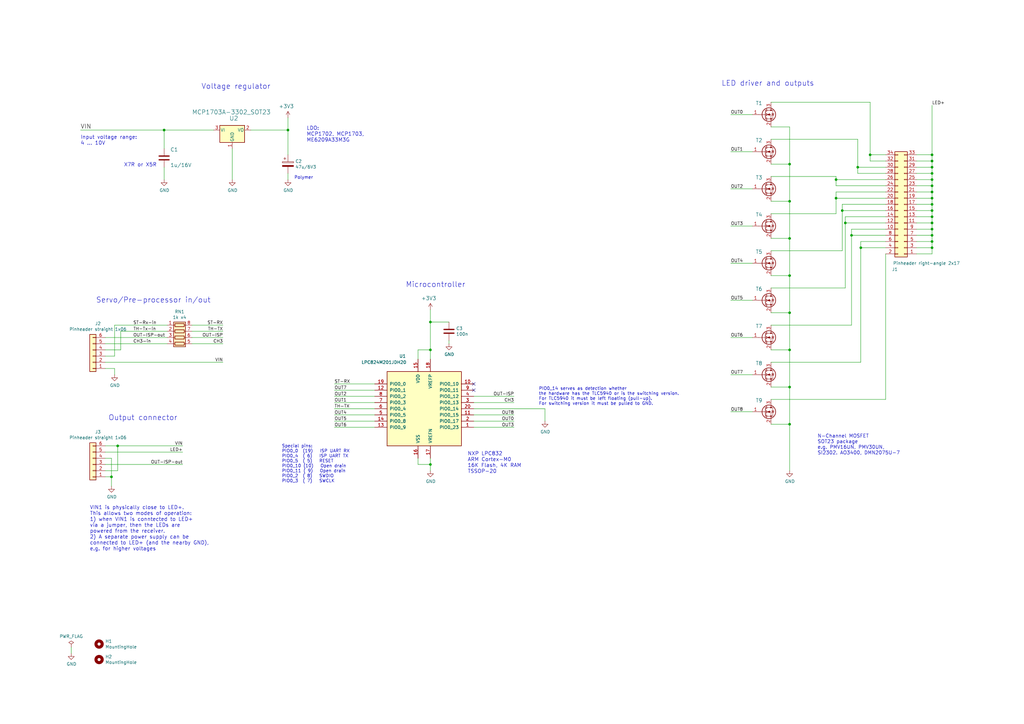
<source format=kicad_sch>
(kicad_sch (version 20211123) (generator eeschema)
  (paper "A3")
  (title_block (title "DIY RC Light Controller Mk4 S") (date "2020-06-14") (rev "1") (company "LANE Boys RC") (comment 1 "laneboysrc@gmail.com"))
  (lib_symbols
    (symbol "Connector_Generic:Conn_01x06" (pin_names (offset 1.016) hide)
      (property "Reference" "J" (at 0 7.62 0))
      (property "Value" "Conn_01x06" (at 0 -10.16 0))
      (symbol "Conn_01x06_1_1"
        (rectangle (start -1.27 -7.493) (end 0 -7.747) (stroke (width 0.1524)))
        (rectangle (start -1.27 -4.953) (end 0 -5.207) (stroke (width 0.1524)))
        (rectangle (start -1.27 -2.413) (end 0 -2.667) (stroke (width 0.1524)))
        (rectangle (start -1.27 0.127) (end 0 -0.127) (stroke (width 0.1524)))
        (rectangle (start -1.27 2.667) (end 0 2.413) (stroke (width 0.1524)))
        (rectangle (start -1.27 5.207) (end 0 4.953) (stroke (width 0.1524)))
        (rectangle (start -1.27 6.35) (end 1.27 -8.89) (stroke (width 0.254)) (fill (type background)))
        (pin passive line (at -5.08 5.08 0) (length 3.81) (name "Pin_1") (number "1"))
        (pin passive line (at -5.08 2.54 0) (length 3.81) (name "Pin_2") (number "2"))
        (pin passive line (at -5.08 0 0) (length 3.81) (name "Pin_3") (number "3"))
        (pin passive line (at -5.08 -2.54 0) (length 3.81) (name "Pin_4") (number "4"))
        (pin passive line (at -5.08 -5.08 0) (length 3.81) (name "Pin_5") (number "5"))
        (pin passive line (at -5.08 -7.62 0) (length 3.81) (name "Pin_6") (number "6"))
      )
    )
    (symbol "Connector_Generic:Conn_02x17_Odd_Even" (pin_names (offset 1.016) hide)
      (property "Reference" "J" (at 1.27 22.86 0))
      (property "Value" "Conn_02x17_Odd_Even" (at 1.27 -22.86 0))
      (symbol "Conn_02x17_Odd_Even_1_1"
        (rectangle (start -1.27 -20.193) (end 0 -20.447) (stroke (width 0.1524)))
        (rectangle (start -1.27 -17.653) (end 0 -17.907) (stroke (width 0.1524)))
        (rectangle (start -1.27 -15.113) (end 0 -15.367) (stroke (width 0.1524)))
        (rectangle (start -1.27 -12.573) (end 0 -12.827) (stroke (width 0.1524)))
        (rectangle (start -1.27 -10.033) (end 0 -10.287) (stroke (width 0.1524)))
        (rectangle (start -1.27 -7.493) (end 0 -7.747) (stroke (width 0.1524)))
        (rectangle (start -1.27 -4.953) (end 0 -5.207) (stroke (width 0.1524)))
        (rectangle (start -1.27 -2.413) (end 0 -2.667) (stroke (width 0.1524)))
        (rectangle (start -1.27 0.127) (end 0 -0.127) (stroke (width 0.1524)))
        (rectangle (start -1.27 2.667) (end 0 2.413) (stroke (width 0.1524)))
        (rectangle (start -1.27 5.207) (end 0 4.953) (stroke (width 0.1524)))
        (rectangle (start -1.27 7.747) (end 0 7.493) (stroke (width 0.1524)))
        (rectangle (start -1.27 10.287) (end 0 10.033) (stroke (width 0.1524)))
        (rectangle (start -1.27 12.827) (end 0 12.573) (stroke (width 0.1524)))
        (rectangle (start -1.27 15.367) (end 0 15.113) (stroke (width 0.1524)))
        (rectangle (start -1.27 17.907) (end 0 17.653) (stroke (width 0.1524)))
        (rectangle (start -1.27 20.447) (end 0 20.193) (stroke (width 0.1524)))
        (rectangle (start -1.27 21.59) (end 3.81 -21.59) (stroke (width 0.254)) (fill (type background)))
        (rectangle (start 3.81 -20.193) (end 2.54 -20.447) (stroke (width 0.1524)))
        (rectangle (start 3.81 -17.653) (end 2.54 -17.907) (stroke (width 0.1524)))
        (rectangle (start 3.81 -15.113) (end 2.54 -15.367) (stroke (width 0.1524)))
        (rectangle (start 3.81 -12.573) (end 2.54 -12.827) (stroke (width 0.1524)))
        (rectangle (start 3.81 -10.033) (end 2.54 -10.287) (stroke (width 0.1524)))
        (rectangle (start 3.81 -7.493) (end 2.54 -7.747) (stroke (width 0.1524)))
        (rectangle (start 3.81 -4.953) (end 2.54 -5.207) (stroke (width 0.1524)))
        (rectangle (start 3.81 -2.413) (end 2.54 -2.667) (stroke (width 0.1524)))
        (rectangle (start 3.81 0.127) (end 2.54 -0.127) (stroke (width 0.1524)))
        (rectangle (start 3.81 2.667) (end 2.54 2.413) (stroke (width 0.1524)))
        (rectangle (start 3.81 5.207) (end 2.54 4.953) (stroke (width 0.1524)))
        (rectangle (start 3.81 7.747) (end 2.54 7.493) (stroke (width 0.1524)))
        (rectangle (start 3.81 10.287) (end 2.54 10.033) (stroke (width 0.1524)))
        (rectangle (start 3.81 12.827) (end 2.54 12.573) (stroke (width 0.1524)))
        (rectangle (start 3.81 15.367) (end 2.54 15.113) (stroke (width 0.1524)))
        (rectangle (start 3.81 17.907) (end 2.54 17.653) (stroke (width 0.1524)))
        (rectangle (start 3.81 20.447) (end 2.54 20.193) (stroke (width 0.1524)))
        (pin passive line (at -5.08 20.32 0) (length 3.81) (name "Pin_1") (number "1"))
        (pin passive line (at 7.62 10.16 180) (length 3.81) (name "Pin_10") (number "10"))
        (pin passive line (at -5.08 7.62 0) (length 3.81) (name "Pin_11") (number "11"))
        (pin passive line (at 7.62 7.62 180) (length 3.81) (name "Pin_12") (number "12"))
        (pin passive line (at -5.08 5.08 0) (length 3.81) (name "Pin_13") (number "13"))
        (pin passive line (at 7.62 5.08 180) (length 3.81) (name "Pin_14") (number "14"))
        (pin passive line (at -5.08 2.54 0) (length 3.81) (name "Pin_15") (number "15"))
        (pin passive line (at 7.62 2.54 180) (length 3.81) (name "Pin_16") (number "16"))
        (pin passive line (at -5.08 0 0) (length 3.81) (name "Pin_17") (number "17"))
        (pin passive line (at 7.62 0 180) (length 3.81) (name "Pin_18") (number "18"))
        (pin passive line (at -5.08 -2.54 0) (length 3.81) (name "Pin_19") (number "19"))
        (pin passive line (at 7.62 20.32 180) (length 3.81) (name "Pin_2") (number "2"))
        (pin passive line (at 7.62 -2.54 180) (length 3.81) (name "Pin_20") (number "20"))
        (pin passive line (at -5.08 -5.08 0) (length 3.81) (name "Pin_21") (number "21"))
        (pin passive line (at 7.62 -5.08 180) (length 3.81) (name "Pin_22") (number "22"))
        (pin passive line (at -5.08 -7.62 0) (length 3.81) (name "Pin_23") (number "23"))
        (pin passive line (at 7.62 -7.62 180) (length 3.81) (name "Pin_24") (number "24"))
        (pin passive line (at -5.08 -10.16 0) (length 3.81) (name "Pin_25") (number "25"))
        (pin passive line (at 7.62 -10.16 180) (length 3.81) (name "Pin_26") (number "26"))
        (pin passive line (at -5.08 -12.7 0) (length 3.81) (name "Pin_27") (number "27"))
        (pin passive line (at 7.62 -12.7 180) (length 3.81) (name "Pin_28") (number "28"))
        (pin passive line (at -5.08 -15.24 0) (length 3.81) (name "Pin_29") (number "29"))
        (pin passive line (at -5.08 17.78 0) (length 3.81) (name "Pin_3") (number "3"))
        (pin passive line (at 7.62 -15.24 180) (length 3.81) (name "Pin_30") (number "30"))
        (pin passive line (at -5.08 -17.78 0) (length 3.81) (name "Pin_31") (number "31"))
        (pin passive line (at 7.62 -17.78 180) (length 3.81) (name "Pin_32") (number "32"))
        (pin passive line (at -5.08 -20.32 0) (length 3.81) (name "Pin_33") (number "33"))
        (pin passive line (at 7.62 -20.32 180) (length 3.81) (name "Pin_34") (number "34"))
        (pin passive line (at 7.62 17.78 180) (length 3.81) (name "Pin_4") (number "4"))
        (pin passive line (at -5.08 15.24 0) (length 3.81) (name "Pin_5") (number "5"))
        (pin passive line (at 7.62 15.24 180) (length 3.81) (name "Pin_6") (number "6"))
        (pin passive line (at -5.08 12.7 0) (length 3.81) (name "Pin_7") (number "7"))
        (pin passive line (at 7.62 12.7 180) (length 3.81) (name "Pin_8") (number "8"))
        (pin passive line (at -5.08 10.16 0) (length 3.81) (name "Pin_9") (number "9"))
      )
    )
    (symbol "Device:C" (pin_numbers hide) (pin_names (offset 0.254))
      (property "Reference" "C" (at 0.635 2.54 0))
      (property "Value" "C" (at 0.635 -2.54 0))
      (symbol "C_0_1"
        (polyline (pts (xy -2.032 -0.762) (xy 2.032 -0.762)) (stroke (width 0.508)))
        (polyline (pts (xy -2.032 0.762) (xy 2.032 0.762)) (stroke (width 0.508)))
      )
      (symbol "C_1_1"
        (pin passive line (at 0 3.81 270) (length 2.794) (name "~") (number "1"))
        (pin passive line (at 0 -3.81 90) (length 2.794) (name "~") (number "2"))
      )
    )
    (symbol "Device:Q_NMOS_GSD" (pin_names (offset 0) hide)
      (property "Reference" "Q" (at 5.08 1.27 0))
      (property "Value" "Q_NMOS_GSD" (at 5.08 -1.27 0))
      (symbol "Q_NMOS_GSD_0_1"
        (polyline (pts (xy 0.254 0) (xy -2.54 0)))
        (polyline (pts (xy 0.254 1.905) (xy 0.254 -1.905)) (stroke (width 0.254)))
        (polyline (pts (xy 0.762 -1.27) (xy 0.762 -2.286)) (stroke (width 0.254)))
        (polyline (pts (xy 0.762 0.508) (xy 0.762 -0.508)) (stroke (width 0.254)))
        (polyline (pts (xy 0.762 2.286) (xy 0.762 1.27)) (stroke (width 0.254)))
        (polyline (pts (xy 2.54 2.54) (xy 2.54 1.778)))
        (polyline (pts (xy 2.54 -2.54) (xy 2.54 0) (xy 0.762 0)))
        (polyline (pts (xy 0.762 -1.778) (xy 3.302 -1.778) (xy 3.302 1.778) (xy 0.762 1.778)))
        (polyline (pts (xy 1.016 0) (xy 2.032 0.381) (xy 2.032 -0.381) (xy 1.016 0)) (fill (type outline)))
        (polyline (pts (xy 2.794 0.508) (xy 2.921 0.381) (xy 3.683 0.381) (xy 3.81 0.254)))
        (polyline (pts (xy 3.302 0.381) (xy 2.921 -0.254) (xy 3.683 -0.254) (xy 3.302 0.381)))
        (circle (center 1.651 0) (radius 2.794) (stroke (width 0.254)))
        (circle (center 2.54 -1.778) (radius 0.254) (fill (type outline)))
        (circle (center 2.54 1.778) (radius 0.254) (fill (type outline)))
      )
      (symbol "Q_NMOS_GSD_1_1"
        (pin input line (at -5.08 0 0) (length 2.54) (name "G") (number "1"))
        (pin passive line (at 2.54 -5.08 90) (length 2.54) (name "S") (number "2"))
        (pin passive line (at 2.54 5.08 270) (length 2.54) (name "D") (number "3"))
      )
    )
    (symbol "Device:R_Pack04" (pin_names (offset 0) hide)
      (property "Reference" "RN" (at -7.62 0 90))
      (property "Value" "R_Pack04" (at 5.08 0 90))
      (symbol "R_Pack04_0_1"
        (rectangle (start -6.35 -2.413) (end 3.81 2.413) (stroke (width 0.254)) (fill (type background)))
        (rectangle (start -5.715 1.905) (end -4.445 -1.905) (stroke (width 0.254)))
        (rectangle (start -3.175 1.905) (end -1.905 -1.905) (stroke (width 0.254)))
        (rectangle (start -0.635 1.905) (end 0.635 -1.905) (stroke (width 0.254)))
        (polyline (pts (xy -5.08 -2.54) (xy -5.08 -1.905)))
        (polyline (pts (xy -5.08 1.905) (xy -5.08 2.54)))
        (polyline (pts (xy -2.54 -2.54) (xy -2.54 -1.905)))
        (polyline (pts (xy -2.54 1.905) (xy -2.54 2.54)))
        (polyline (pts (xy 0 -2.54) (xy 0 -1.905)))
        (polyline (pts (xy 0 1.905) (xy 0 2.54)))
        (polyline (pts (xy 2.54 -2.54) (xy 2.54 -1.905)))
        (polyline (pts (xy 2.54 1.905) (xy 2.54 2.54)))
        (rectangle (start 1.905 1.905) (end 3.175 -1.905) (stroke (width 0.254)))
      )
      (symbol "R_Pack04_1_1"
        (pin passive line (at -5.08 -5.08 90) (length 2.54) (name "R1.1") (number "1"))
        (pin passive line (at -2.54 -5.08 90) (length 2.54) (name "R2.1") (number "2"))
        (pin passive line (at 0 -5.08 90) (length 2.54) (name "R3.1") (number "3"))
        (pin passive line (at 2.54 -5.08 90) (length 2.54) (name "R4.1") (number "4"))
        (pin passive line (at 2.54 5.08 270) (length 2.54) (name "R4.2") (number "5"))
        (pin passive line (at 0 5.08 270) (length 2.54) (name "R3.2") (number "6"))
        (pin passive line (at -2.54 5.08 270) (length 2.54) (name "R2.2") (number "7"))
        (pin passive line (at -5.08 5.08 270) (length 2.54) (name "R1.2") (number "8"))
      )
    )
    (symbol "MCU_NXP_LPC:LPC832M101FDH20" (pin_names (offset 1.016))
      (property "Reference" "U" (at -11.43 16.51 0))
      (property "Value" "LPC832M101FDH20" (at 21.59 16.51 0))
      (symbol "LPC832M101FDH20_0_1"
        (rectangle (start -15.24 15.24) (end 15.24 -15.24) (stroke (width 0.254)) (fill (type background)))
      )
      (symbol "LPC832M101FDH20_1_1"
        (pin bidirectional line (at 20.32 -7.62 180) (length 5.08) (name "PIO0_23") (number "1"))
        (pin bidirectional line (at 20.32 10.16 180) (length 5.08) (name "PIO0_10") (number "10"))
        (pin bidirectional line (at 20.32 -2.54 180) (length 5.08) (name "PIO0_15") (number "11"))
        (pin bidirectional line (at -20.32 7.62 0) (length 5.08) (name "PIO0_1") (number "12"))
        (pin bidirectional line (at -20.32 -7.62 0) (length 5.08) (name "PIO0_9") (number "13"))
        (pin bidirectional line (at -20.32 -5.08 0) (length 5.08) (name "PIO0_8") (number "14"))
        (pin power_in line (at -2.54 20.32 270) (length 5.08) (name "VDD") (number "15"))
        (pin power_in line (at -2.54 -20.32 90) (length 5.08) (name "VSS") (number "16"))
        (pin power_in line (at 2.54 -20.32 90) (length 5.08) (name "VREFN") (number "17"))
        (pin power_in line (at 2.54 20.32 270) (length 5.08) (name "VREFP") (number "18"))
        (pin bidirectional line (at -20.32 10.16 0) (length 5.08) (name "PIO0_0") (number "19"))
        (pin bidirectional line (at 20.32 -5.08 180) (length 5.08) (name "PIO0_17") (number "2"))
        (pin bidirectional line (at 20.32 0 180) (length 5.08) (name "PIO0_14") (number "20"))
        (pin bidirectional line (at 20.32 2.54 180) (length 5.08) (name "PIO0_13") (number "3"))
        (pin bidirectional line (at 20.32 5.08 180) (length 5.08) (name "PIO0_12") (number "4"))
        (pin bidirectional line (at -20.32 -2.54 0) (length 5.08) (name "PIO0_5") (number "5"))
        (pin bidirectional line (at -20.32 0 0) (length 5.08) (name "PIO0_4") (number "6"))
        (pin bidirectional line (at -20.32 2.54 0) (length 5.08) (name "PIO0_3") (number "7"))
        (pin bidirectional line (at -20.32 5.08 0) (length 5.08) (name "PIO0_2") (number "8"))
        (pin bidirectional line (at 20.32 7.62 180) (length 5.08) (name "PIO0_11") (number "9"))
      )
    )
    (symbol "Mechanical:MountingHole" (pin_names (offset 1.016))
      (property "Reference" "H" (at 0 5.08 0))
      (property "Value" "MountingHole" (at 0 3.175 0))
      (symbol "MountingHole_0_1"
        (circle (center 0 0) (radius 1.27) (stroke (width 1.27)))
      )
    )
    (symbol "power:+3V3" (power) (pin_names (offset 0))
      (property "Value" "+3V3" (at 0 3.556 0))
      (symbol "+3V3_0_1"
        (polyline (pts (xy -0.762 1.27) (xy 0 2.54)))
        (polyline (pts (xy 0 0) (xy 0 2.54)))
        (polyline (pts (xy 0 2.54) (xy 0.762 1.27)))
      )
      (symbol "+3V3_1_1"
        (pin power_in line (at 0 0 90) (length 0) hide (name "+3V3") (number "1"))
      )
    )
    (symbol "power:GND" (power) (pin_names (offset 0))
      (property "Value" "GND" (at 0 -3.81 0))
      (symbol "GND_0_1"
        (polyline (pts (xy 0 0) (xy 0 -1.27) (xy 1.27 -1.27) (xy 0 -2.54) (xy -1.27 -1.27) (xy 0 -1.27)))
      )
      (symbol "GND_1_1"
        (pin power_in line (at 0 0 270) (length 0) hide (name "GND") (number "1"))
      )
    )
    (symbol "power:PWR_FLAG" (power) (pin_numbers hide) (pin_names (offset 0) hide)
      (property "Value" "PWR_FLAG" (at 0 3.81 0))
      (symbol "PWR_FLAG_0_0"
        (pin power_out line (at 0 0 90) (length 0) (name "pwr") (number "1"))
      )
      (symbol "PWR_FLAG_0_1"
        (polyline (pts (xy 0 0) (xy 0 1.27) (xy -1.016 1.905) (xy 0 2.54) (xy 1.016 1.905) (xy 0 1.27)))
      )
    )
    (symbol "rc-light-controller-switching-lpc832-rescue:CP-Device" (pin_numbers hide) (pin_names (offset 0.254))
      (property "Reference" "C" (at 0.635 2.54 0))
      (property "Value" "CP-Device" (at 0.635 -2.54 0))
      (symbol "CP-Device_0_1"
        (rectangle (start -2.286 0.508) (end 2.286 1.016))
        (polyline (pts (xy -1.778 2.286) (xy -0.762 2.286)))
        (polyline (pts (xy -1.27 2.794) (xy -1.27 1.778)))
        (rectangle (start 2.286 -0.508) (end -2.286 -1.016) (fill (type outline)))
      )
      (symbol "CP-Device_1_1"
        (pin passive line (at 0 3.81 270) (length 2.794) (name "~") (number "1"))
        (pin passive line (at 0 -3.81 90) (length 2.794) (name "~") (number "2"))
      )
    )
    (symbol "rc-light-controller-switching-lpc832-rescue:MCP1703A-3302_SOT23-Regulator_Linear" (pin_names (offset 0.254))
      (property "Reference" "U" (at -3.81 3.175 0))
      (property "Value" "MCP1703A-3302_SOT23-Regulator_Linear" (at 0 3.175 0))
      (symbol "MCP1703A-3302_SOT23-Regulator_Linear_0_1"
        (rectangle (start -5.08 -5.08) (end 5.08 1.905) (stroke (width 0.254)) (fill (type background)))
      )
      (symbol "MCP1703A-3302_SOT23-Regulator_Linear_1_1"
        (pin power_in line (at 0 -7.62 90) (length 2.54) (name "GND") (number "1"))
        (pin power_out line (at 7.62 0 180) (length 2.54) (name "VO") (number "2"))
        (pin power_in line (at -7.62 0 0) (length 2.54) (name "VI") (number "3"))
      )
    )
  )
  (junction (at 342.9 81.28))
  (junction (at 382.27 81.28))
  (junction (at 382.27 91.44))
  (junction (at 353.06 101.6))
  (junction (at 48.26 182.88))
  (junction (at 346.71 91.44))
  (junction (at 382.27 96.52))
  (junction (at 382.27 99.06))
  (junction (at 382.27 83.82))
  (junction (at 118.11 53.34))
  (junction (at 382.27 68.58))
  (junction (at 323.85 113.03))
  (junction (at 382.27 73.66))
  (junction (at 67.31 53.34))
  (junction (at 382.27 71.12))
  (junction (at 382.27 76.2))
  (junction (at 176.53 132.08))
  (junction (at 323.85 67.31))
  (junction (at 349.25 96.52))
  (junction (at 382.27 66.04))
  (junction (at 351.79 68.58))
  (junction (at 356.87 63.5))
  (junction (at 382.27 86.36))
  (junction (at 382.27 101.6))
  (junction (at 345.44 86.36))
  (junction (at 382.27 88.9))
  (junction (at 382.27 78.74))
  (junction (at 176.53 190.5))
  (junction (at 176.53 143.51))
  (junction (at 323.85 158.75))
  (junction (at 323.85 82.55))
  (junction (at 382.27 63.5))
  (junction (at 323.85 128.27))
  (junction (at 323.85 97.79))
  (junction (at 382.27 93.98))
  (junction (at 342.9 73.66))
  (junction (at 323.85 143.51))
  (junction (at 323.85 173.99))
  (junction (at 45.72 195.58))
  (no_connect (at 194.31 160.02))
  (no_connect (at 194.31 157.48))
  (wire (pts (xy 363.22 86.36) (xy 345.44 86.36)))
  (wire (pts (xy 382.27 83.82) (xy 382.27 86.36)))
  (wire (pts (xy 363.22 81.28) (xy 342.9 81.28)))
  (wire (pts (xy 382.27 78.74) (xy 382.27 81.28)))
  (wire (pts (xy 363.22 66.04) (xy 356.87 66.04)))
  (wire (pts (xy 382.27 68.58) (xy 382.27 66.04)))
  (wire (pts (xy 363.22 83.82) (xy 345.44 83.82)))
  (wire (pts (xy 299.72 77.47) (xy 308.61 77.47)))
  (wire (pts (xy 323.85 128.27) (xy 323.85 143.51)))
  (wire (pts (xy 323.85 67.31) (xy 323.85 82.55)))
  (wire (pts (xy 67.31 60.96) (xy 67.31 53.34)))
  (wire (pts (xy 210.82 165.1) (xy 194.31 165.1)))
  (wire (pts (xy 171.45 143.51) (xy 176.53 143.51)))
  (wire (pts (xy 382.27 73.66) (xy 382.27 71.12)))
  (wire (pts (xy 316.23 143.51) (xy 323.85 143.51)))
  (wire (pts (xy 316.23 102.87) (xy 345.44 102.87)))
  (wire (pts (xy 210.82 175.26) (xy 194.31 175.26)))
  (wire (pts (xy 299.72 168.91) (xy 308.61 168.91)))
  (wire (pts (xy 299.72 46.99) (xy 308.61 46.99)))
  (wire (pts (xy 375.92 68.58) (xy 382.27 68.58)))
  (wire (pts (xy 316.23 133.35) (xy 349.25 133.35)))
  (wire (pts (xy 316.23 67.31) (xy 323.85 67.31)))
  (wire (pts (xy 67.31 53.34) (xy 87.63 53.34)))
  (wire (pts (xy 346.71 88.9) (xy 346.71 91.44)))
  (wire (pts (xy 363.22 93.98) (xy 349.25 93.98)))
  (wire (pts (xy 342.9 81.28) (xy 342.9 87.63)))
  (wire (pts (xy 363.22 78.74) (xy 342.9 78.74)))
  (wire (pts (xy 153.67 167.64) (xy 137.16 167.64)))
  (wire (pts (xy 299.72 123.19) (xy 308.61 123.19)))
  (wire (pts (xy 43.18 187.96) (xy 45.72 187.96)))
  (wire (pts (xy 316.23 128.27) (xy 323.85 128.27)))
  (wire (pts (xy 153.67 175.26) (xy 137.16 175.26)))
  (wire (pts (xy 382.27 76.2) (xy 382.27 73.66)))
  (wire (pts (xy 48.26 182.88) (xy 74.93 182.88)))
  (wire (pts (xy 137.16 172.72) (xy 153.67 172.72)))
  (wire (pts (xy 223.52 167.64) (xy 223.52 172.72)))
  (wire (pts (xy 48.26 193.04) (xy 48.26 182.88)))
  (wire (pts (xy 363.22 99.06) (xy 353.06 99.06)))
  (wire (pts (xy 382.27 91.44) (xy 382.27 93.98)))
  (wire (pts (xy 153.67 170.18) (xy 137.16 170.18)))
  (wire (pts (xy 342.9 73.66) (xy 363.22 73.66)))
  (wire (pts (xy 118.11 53.34) (xy 118.11 48.26)))
  (wire (pts (xy 375.92 66.04) (xy 382.27 66.04)))
  (wire (pts (xy 210.82 170.18) (xy 194.31 170.18)))
  (wire (pts (xy 316.23 97.79) (xy 323.85 97.79)))
  (wire (pts (xy 356.87 41.91) (xy 356.87 63.5)))
  (wire (pts (xy 375.92 99.06) (xy 382.27 99.06)))
  (wire (pts (xy 345.44 86.36) (xy 345.44 102.87)))
  (wire (pts (xy 316.23 52.07) (xy 323.85 52.07)))
  (wire (pts (xy 323.85 82.55) (xy 323.85 97.79)))
  (wire (pts (xy 316.23 57.15) (xy 351.79 57.15)))
  (wire (pts (xy 91.44 133.35) (xy 78.74 133.35)))
  (wire (pts (xy 351.79 71.12) (xy 351.79 68.58)))
  (wire (pts (xy 118.11 71.12) (xy 118.11 73.66)))
  (wire (pts (xy 78.74 138.43) (xy 91.44 138.43)))
  (wire (pts (xy 316.23 82.55) (xy 323.85 82.55)))
  (wire (pts (xy 49.53 143.51) (xy 43.18 143.51)))
  (wire (pts (xy 349.25 93.98) (xy 349.25 96.52)))
  (wire (pts (xy 316.23 87.63) (xy 342.9 87.63)))
  (wire (pts (xy 43.18 148.59) (xy 91.44 148.59)))
  (wire (pts (xy 316.23 113.03) (xy 323.85 113.03)))
  (wire (pts (xy 91.44 140.97) (xy 78.74 140.97)))
  (wire (pts (xy 33.02 53.34) (xy 67.31 53.34)))
  (wire (pts (xy 382.27 71.12) (xy 375.92 71.12)))
  (wire (pts (xy 308.61 62.23) (xy 299.72 62.23)))
  (wire (pts (xy 137.16 165.1) (xy 153.67 165.1)))
  (wire (pts (xy 382.27 63.5) (xy 382.27 43.18)))
  (wire (pts (xy 45.72 195.58) (xy 45.72 199.39)))
  (wire (pts (xy 356.87 66.04) (xy 356.87 63.5)))
  (wire (pts (xy 375.92 76.2) (xy 382.27 76.2)))
  (wire (pts (xy 46.99 153.67) (xy 46.99 151.13)))
  (wire (pts (xy 382.27 93.98) (xy 382.27 96.52)))
  (wire (pts (xy 363.22 88.9) (xy 346.71 88.9)))
  (wire (pts (xy 43.18 185.42) (xy 74.93 185.42)))
  (wire (pts (xy 342.9 78.74) (xy 342.9 81.28)))
  (wire (pts (xy 363.22 96.52) (xy 349.25 96.52)))
  (wire (pts (xy 375.92 81.28) (xy 382.27 81.28)))
  (wire (pts (xy 375.92 91.44) (xy 382.27 91.44)))
  (wire (pts (xy 67.31 73.66) (xy 67.31 68.58)))
  (wire (pts (xy 353.06 99.06) (xy 353.06 101.6)))
  (wire (pts (xy 316.23 163.83) (xy 363.22 163.83)))
  (wire (pts (xy 323.85 173.99) (xy 323.85 193.04)))
  (wire (pts (xy 46.99 146.05) (xy 43.18 146.05)))
  (wire (pts (xy 342.9 72.39) (xy 342.9 73.66)))
  (wire (pts (xy 176.53 127) (xy 176.53 132.08)))
  (wire (pts (xy 323.85 113.03) (xy 323.85 128.27)))
  (wire (pts (xy 29.21 265.43) (xy 29.21 267.97)))
  (wire (pts (xy 382.27 88.9) (xy 382.27 91.44)))
  (wire (pts (xy 323.85 143.51) (xy 323.85 158.75)))
  (wire (pts (xy 49.53 135.89) (xy 68.58 135.89)))
  (wire (pts (xy 176.53 190.5) (xy 176.53 193.04)))
  (wire (pts (xy 345.44 83.82) (xy 345.44 86.36)))
  (wire (pts (xy 194.31 167.64) (xy 223.52 167.64)))
  (wire (pts (xy 137.16 162.56) (xy 153.67 162.56)))
  (wire (pts (xy 49.53 135.89) (xy 49.53 143.51)))
  (wire (pts (xy 171.45 187.96) (xy 171.45 190.5)))
  (wire (pts (xy 118.11 53.34) (xy 118.11 63.5)))
  (wire (pts (xy 43.18 195.58) (xy 45.72 195.58)))
  (wire (pts (xy 363.22 71.12) (xy 351.79 71.12)))
  (wire (pts (xy 299.72 92.71) (xy 308.61 92.71)))
  (wire (pts (xy 43.18 182.88) (xy 48.26 182.88)))
  (wire (pts (xy 375.92 78.74) (xy 382.27 78.74)))
  (wire (pts (xy 210.82 162.56) (xy 194.31 162.56)))
  (wire (pts (xy 171.45 190.5) (xy 176.53 190.5)))
  (wire (pts (xy 363.22 76.2) (xy 342.9 76.2)))
  (wire (pts (xy 91.44 135.89) (xy 78.74 135.89)))
  (wire (pts (xy 43.18 140.97) (xy 68.58 140.97)))
  (wire (pts (xy 184.15 139.7) (xy 184.15 140.97)))
  (wire (pts (xy 316.23 173.99) (xy 323.85 173.99)))
  (wire (pts (xy 137.16 160.02) (xy 153.67 160.02)))
  (wire (pts (xy 299.72 153.67) (xy 308.61 153.67)))
  (wire (pts (xy 316.23 72.39) (xy 342.9 72.39)))
  (wire (pts (xy 375.92 93.98) (xy 382.27 93.98)))
  (wire (pts (xy 363.22 104.14) (xy 363.22 163.83)))
  (wire (pts (xy 375.92 96.52) (xy 382.27 96.52)))
  (wire (pts (xy 43.18 138.43) (xy 68.58 138.43)))
  (wire (pts (xy 356.87 63.5) (xy 363.22 63.5)))
  (wire (pts (xy 184.15 132.08) (xy 176.53 132.08)))
  (wire (pts (xy 351.79 68.58) (xy 363.22 68.58)))
  (wire (pts (xy 342.9 76.2) (xy 342.9 73.66)))
  (wire (pts (xy 363.22 91.44) (xy 346.71 91.44)))
  (wire (pts (xy 316.23 41.91) (xy 356.87 41.91)))
  (wire (pts (xy 171.45 147.32) (xy 171.45 143.51)))
  (wire (pts (xy 46.99 151.13) (xy 43.18 151.13)))
  (wire (pts (xy 349.25 96.52) (xy 349.25 133.35)))
  (wire (pts (xy 323.85 158.75) (xy 323.85 173.99)))
  (wire (pts (xy 382.27 81.28) (xy 382.27 83.82)))
  (wire (pts (xy 176.53 143.51) (xy 176.53 147.32)))
  (wire (pts (xy 353.06 101.6) (xy 353.06 148.59)))
  (wire (pts (xy 43.18 193.04) (xy 48.26 193.04)))
  (wire (pts (xy 45.72 187.96) (xy 45.72 195.58)))
  (wire (pts (xy 363.22 101.6) (xy 353.06 101.6)))
  (wire (pts (xy 375.92 104.14) (xy 382.27 104.14)))
  (wire (pts (xy 176.53 132.08) (xy 176.53 143.51)))
  (wire (pts (xy 375.92 86.36) (xy 382.27 86.36)))
  (wire (pts (xy 375.92 83.82) (xy 382.27 83.82)))
  (wire (pts (xy 46.99 133.35) (xy 46.99 146.05)))
  (wire (pts (xy 299.72 138.43) (xy 308.61 138.43)))
  (wire (pts (xy 210.82 172.72) (xy 194.31 172.72)))
  (wire (pts (xy 46.99 133.35) (xy 68.58 133.35)))
  (wire (pts (xy 316.23 148.59) (xy 353.06 148.59)))
  (wire (pts (xy 153.67 157.48) (xy 137.16 157.48)))
  (wire (pts (xy 323.85 97.79) (xy 323.85 113.03)))
  (wire (pts (xy 375.92 88.9) (xy 382.27 88.9)))
  (wire (pts (xy 176.53 187.96) (xy 176.53 190.5)))
  (wire (pts (xy 375.92 101.6) (xy 382.27 101.6)))
  (wire (pts (xy 382.27 78.74) (xy 382.27 76.2)))
  (wire (pts (xy 382.27 99.06) (xy 382.27 101.6)))
  (wire (pts (xy 316.23 158.75) (xy 323.85 158.75)))
  (wire (pts (xy 102.87 53.34) (xy 118.11 53.34)))
  (wire (pts (xy 346.71 91.44) (xy 346.71 118.11)))
  (wire (pts (xy 95.25 60.96) (xy 95.25 73.66)))
  (wire (pts (xy 382.27 96.52) (xy 382.27 99.06)))
  (wire (pts (xy 351.79 57.15) (xy 351.79 68.58)))
  (wire (pts (xy 375.92 63.5) (xy 382.27 63.5)))
  (wire (pts (xy 382.27 101.6) (xy 382.27 104.14)))
  (wire (pts (xy 382.27 86.36) (xy 382.27 88.9)))
  (wire (pts (xy 382.27 71.12) (xy 382.27 68.58)))
  (wire (pts (xy 299.72 107.95) (xy 308.61 107.95)))
  (wire (pts (xy 382.27 66.04) (xy 382.27 63.5)))
  (wire (pts (xy 316.23 118.11) (xy 346.71 118.11)))
  (wire (pts (xy 323.85 52.07) (xy 323.85 67.31)))
  (wire (pts (xy 43.18 190.5) (xy 74.93 190.5)))
  (wire (pts (xy 375.92 73.66) (xy 382.27 73.66)))
  (text "N-Channel MOSFET\nSOT23 package\ne.g. PMV16UN, PMV30UN, \nSI2302. AO3400, DMN2075U-7" (at 335.28 186.69 0) (effects (font (size 1.4224 1.4224)) (justify left bottom)))
  (text "PIO0_14 serves as detection whether \nthe hardware has the TLC5940 or is the switching version. \nFor TLC5940 it must be left floating (pull-up).\nFor switching version it must be pulled to GND." (at 220.98 166.37 0) (effects (font (size 1.27 1.27)) (justify left bottom)))
  (text "Polymer" (at 120.65 73.66 0) (effects (font (size 1.27 1.27)) (justify left bottom)))
  (text "Microcontroller" (at 166.37 118.11 0) (effects (font (size 2.159 2.159)) (justify left bottom)))
  (text "X7R or X5R" (at 50.8 68.58 0) (effects (font (size 1.4986 1.4986)) (justify left bottom)))
  (text "Input voltage range:\n4 ... 10V" (at 33.02 59.69 0) (effects (font (size 1.4986 1.4986)) (justify left bottom)))
  (text "LED driver and outputs" (at 295.91 35.56 0) (effects (font (size 2.159 2.159)) (justify left bottom)))
  (text "Special pins:\nPIO0_0  (19)   ISP UART RX\nPIO0_4  ( 6)   ISP UART TX\nPIO0_5  ( 5)   RESET\nPIO0_10 (10)   Open drain\nPIO0_11 ( 9)   Open drain\nPIO0_2  ( 8)   SWDIO\nPIO0_3  ( 7)   SWCLK" (at 115.57 198.12 0) (effects (font (size 1.27 1.27)) (justify left bottom)))
  (text "Servo/Pre-processor in/out" (at 39.37 124.46 0) (effects (font (size 2.159 2.159)) (justify left bottom)))
  (text "Voltage regulator" (at 82.55 36.83 0) (effects (font (size 2.159 2.159)) (justify left bottom)))
  (text "VIN1 is physically close to LED+.\nThis allows two modes of operation:\n1) when VIN1 is conntected to LED+\nvia a jumper, then the LEDs are \npowered from the receiver.\n2) A separate power supply can be \nconnected to LED+ (and the nearby GND),\ne.g. for higher voltages" (at 36.83 226.06 0) (effects (font (size 1.4986 1.4986)) (justify left bottom)))
  (text "LDO: \nMCP1702, MCP1703,\nME6209A33M3G" (at 125.73 58.42 0) (effects (font (size 1.4986 1.4986)) (justify left bottom)))
  (text "Output connector" (at 44.45 172.72 0) (effects (font (size 2.159 2.159)) (justify left bottom)))
  (text "NXP LPC832\nARM Cortex-M0\n16K Flash, 4K RAM\nTSSOP-20" (at 191.77 194.31 0) (effects (font (size 1.4986 1.4986)) (justify left bottom)))
  (label "TH-TX" (at 137.16 167.64 0))
  (label "OUT7" (at 299.72 153.67 0))
  (label "ST-RX" (at 91.44 133.35 180))
  (label "TH-Tx-in" (at 54.61 135.89 0))
  (label "OUT1" (at 137.16 165.1 0))
  (label "VIN" (at 91.44 148.59 180))
  (label "CH3" (at 210.82 165.1 180))
  (label "LED+" (at 74.93 185.42 180))
  (label "OUT0" (at 299.72 46.99 0))
  (label "OUT8" (at 299.72 168.91 0))
  (label "CH3" (at 91.44 140.97 180))
  (label "LED+" (at 382.27 43.18 0))
  (label "OUT2" (at 299.72 77.47 0))
  (label "CH3-in" (at 54.61 140.97 0))
  (label "ST-Rx-in" (at 54.61 133.35 0))
  (label "OUT3" (at 299.72 92.71 0))
  (label "OUT0" (at 210.82 172.72 180))
  (label "VIN" (at 74.93 182.88 180))
  (label "OUT2" (at 137.16 162.56 0))
  (label "OUT-ISP-out" (at 74.93 190.5 180))
  (label "OUT1" (at 299.72 62.23 0))
  (label "OUT4" (at 137.16 170.18 0))
  (label "ST-RX" (at 137.16 157.48 0))
  (label "OUT7" (at 137.16 160.02 0))
  (label "OUT-ISP-out" (at 54.61 138.43 0))
  (label "OUT5" (at 299.72 123.19 0))
  (label "OUT8" (at 210.82 170.18 180))
  (label "OUT-ISP" (at 210.82 162.56 180))
  (label "OUT-ISP" (at 91.44 138.43 180))
  (label "OUT3" (at 210.82 175.26 180))
  (label "TH-TX" (at 91.44 135.89 180))
  (label "OUT6" (at 299.72 138.43 0))
  (label "OUT6" (at 137.16 175.26 0))
  (label "OUT4" (at 299.72 107.95 0))
  (label "VIN" (at 33.02 53.34 0) (effects (font (size 1.778 1.778))))
  (label "OUT5" (at 137.16 172.72 0))
  (symbol (lib_id "rc-light-controller-switching-lpc832-rescue:MCP1703A-3302_SOT23-Regulator_Linear") (at 95.25 53.34 0) (unit 1)
    (property "Reference" "U2" (at 93.98 49.53 0) (effects (font (size 1.7526 1.7526)) (justify left bottom)))
    (property "Value" "MCP1703A-3302_SOT23" (at 78.74 46.99 0) (effects (font (size 1.7526 1.7526)) (justify left bottom)))
    (property "Footprint" "Package_TO_SOT_SMD:SOT-23W" (effects hide))
    (property "Datasheet" "http://ww1.microchip.com/downloads/en/DeviceDoc/20005122B.pdf" (effects hide))
  )
  (symbol (lib_id "Device:C") (at 67.31 64.77 0) (unit 1)
    (property "Reference" "C1" (at 69.85 62.23 0) (effects (font (size 1.4986 1.4986)) (justify left bottom)))
    (property "Value" "1u/16V" (at 69.85 68.58 0) (effects (font (size 1.4986 1.4986)) (justify left bottom)))
    (property "Footprint" "Capacitor_SMD:C_0805_2012Metric" (effects hide))
  )
  (symbol (lib_id "power:PWR_FLAG") (at 29.21 265.43 0) (unit 1)
    (property "Reference" "#FLG0101" (effects hide))
    (property "Value" "PWR_FLAG" (at 29.21 261.0104 0))
  )
  (symbol (lib_id "rc-light-controller-switching-lpc832-rescue:CP-Device") (at 118.11 67.31 0) (unit 1)
    (property "Reference" "C2" (at 121.1072 66.1416 0) (effects (justify left)))
    (property "Value" "47u/6V3" (at 121.1072 68.453 0) (effects (justify left)))
    (property "Footprint" "Capacitor_SMD:C_0805_2012Metric" (effects hide))
    (property "Datasheet" "https://www.vishay.com/doc?40189" (effects hide))
  )
  (symbol (lib_id "power:GND") (at 46.99 153.67 0) (unit 1)
    (property "Reference" "#PWR0101" (effects hide))
    (property "Value" "GND" (at 47.117 158.0642 0))
  )
  (symbol (lib_id "power:GND") (at 67.31 73.66 0) (unit 1)
    (property "Reference" "#PWR0104" (effects hide))
    (property "Value" "GND" (at 67.437 78.0542 0))
  )
  (symbol (lib_id "power:GND") (at 95.25 73.66 0) (unit 1)
    (property "Reference" "#PWR0105" (effects hide))
    (property "Value" "GND" (at 95.377 78.0542 0))
  )
  (symbol (lib_id "power:GND") (at 118.11 73.66 0) (unit 1)
    (property "Reference" "#PWR0106" (effects hide))
    (property "Value" "GND" (at 118.237 78.0542 0))
  )
  (symbol (lib_id "power:GND") (at 29.21 267.97 0) (unit 1)
    (property "Reference" "#PWR0111" (effects hide))
    (property "Value" "GND" (at 29.337 272.3642 0))
  )
  (symbol (lib_id "Device:Q_NMOS_GSD") (at 313.69 62.23 0) (unit 1)
    (property "Reference" "T2" (at 309.88 58.42 0) (effects (font (size 1.4986 1.4986)) (justify left bottom)))
    (property "Value" "PMV30UN" (effects hide))
    (property "Footprint" "Package_TO_SOT_SMD:SOT-23" (effects hide))
    (property "Datasheet" "https://assets.nexperia.com/documents/data-sheet/PMV30UN.pdf" (effects hide))
  )
  (symbol (lib_id "Device:Q_NMOS_GSD") (at 313.69 77.47 0) (unit 1)
    (property "Reference" "T3" (at 309.88 73.66 0) (effects (font (size 1.4986 1.4986)) (justify left bottom)))
    (property "Value" "PMV30UN" (effects hide))
    (property "Footprint" "Package_TO_SOT_SMD:SOT-23" (effects hide))
    (property "Datasheet" "https://assets.nexperia.com/documents/data-sheet/PMV30UN.pdf" (effects hide))
  )
  (symbol (lib_id "Device:Q_NMOS_GSD") (at 313.69 92.71 0) (unit 1)
    (property "Reference" "T4" (at 309.88 88.9 0) (effects (font (size 1.4986 1.4986)) (justify left bottom)))
    (property "Value" "PMV30UN" (effects hide))
    (property "Footprint" "Package_TO_SOT_SMD:SOT-23" (effects hide))
    (property "Datasheet" "https://assets.nexperia.com/documents/data-sheet/PMV30UN.pdf" (effects hide))
  )
  (symbol (lib_id "Device:Q_NMOS_GSD") (at 313.69 107.95 0) (unit 1)
    (property "Reference" "T5" (at 309.88 104.14 0) (effects (font (size 1.4986 1.4986)) (justify left bottom)))
    (property "Value" "PMV30UN" (effects hide))
    (property "Footprint" "Package_TO_SOT_SMD:SOT-23" (effects hide))
    (property "Datasheet" "https://assets.nexperia.com/documents/data-sheet/PMV30UN.pdf" (effects hide))
  )
  (symbol (lib_id "Device:Q_NMOS_GSD") (at 313.69 123.19 0) (unit 1)
    (property "Reference" "T6" (at 309.88 119.38 0) (effects (font (size 1.4986 1.4986)) (justify left bottom)))
    (property "Value" "PMV30UN" (effects hide))
    (property "Footprint" "Package_TO_SOT_SMD:SOT-23" (effects hide))
    (property "Datasheet" "https://assets.nexperia.com/documents/data-sheet/PMV30UN.pdf" (effects hide))
  )
  (symbol (lib_id "Device:Q_NMOS_GSD") (at 313.69 138.43 0) (unit 1)
    (property "Reference" "T7" (at 309.88 134.62 0) (effects (font (size 1.4986 1.4986)) (justify left bottom)))
    (property "Value" "PMV30UN" (effects hide))
    (property "Footprint" "Package_TO_SOT_SMD:SOT-23" (effects hide))
    (property "Datasheet" "https://assets.nexperia.com/documents/data-sheet/PMV30UN.pdf" (effects hide))
  )
  (symbol (lib_id "Device:Q_NMOS_GSD") (at 313.69 153.67 0) (unit 1)
    (property "Reference" "T8" (at 309.88 149.86 0) (effects (font (size 1.4986 1.4986)) (justify left bottom)))
    (property "Value" "PMV30UN" (effects hide))
    (property "Footprint" "Package_TO_SOT_SMD:SOT-23" (effects hide))
    (property "Datasheet" "https://assets.nexperia.com/documents/data-sheet/PMV30UN.pdf" (effects hide))
  )
  (symbol (lib_id "Device:Q_NMOS_GSD") (at 313.69 168.91 0) (unit 1)
    (property "Reference" "T9" (at 309.88 165.1 0) (effects (font (size 1.4986 1.4986)) (justify left bottom)))
    (property "Value" "PMV30UN" (effects hide))
    (property "Footprint" "Package_TO_SOT_SMD:SOT-23" (effects hide))
    (property "Datasheet" "https://assets.nexperia.com/documents/data-sheet/PMV30UN.pdf" (effects hide))
  )
  (symbol (lib_id "power:GND") (at 323.85 193.04 0) (unit 1)
    (property "Reference" "#PWR01" (effects hide))
    (property "Value" "GND" (at 323.977 197.4342 0))
  )
  (symbol (lib_id "power:GND") (at 45.72 199.39 0) (unit 1)
    (property "Reference" "#PWR02" (effects hide))
    (property "Value" "GND" (at 45.847 203.7842 0))
  )
  (symbol (lib_id "Device:R_Pack04") (at 73.66 138.43 270) (unit 1)
    (property "Reference" "RN1" (at 73.66 127.8382 90))
    (property "Value" "1k x4" (at 73.66 130.1496 90))
    (property "Footprint" "Resistor_SMD:R_Array_Convex_4x0603" (effects hide))
    (property "Datasheet" "https://datasheet.lcsc.com/szlcsc/1810311812_UNI-ROYAL-Uniroyal-Elec-4D03WGJ0102T5E_C20197.pdf" (effects hide))
  )
  (symbol (lib_id "Connector_Generic:Conn_02x17_Odd_Even") (at 370.84 83.82 180) (unit 1)
    (property "Reference" "J1" (at 367.03 110.49 0))
    (property "Value" "Pinheader right-angle 2x17" (at 393.7 107.95 0) (effects (justify left)))
    (property "Footprint" "Connector_PinHeader_2.54mm:PinHeader_2x17_P2.54mm_Horizontal" (effects hide))
  )
  (symbol (lib_id "power:+3V3") (at 176.53 127 0) (unit 1)
    (property "Reference" "#+3V01" (effects hide))
    (property "Value" "+3V3" (at 172.72 123.19 0) (effects (font (size 1.4986 1.4986)) (justify left bottom)))
  )
  (symbol (lib_id "Connector_Generic:Conn_01x06") (at 38.1 146.05 180) (unit 1)
    (property "Reference" "J2" (at 40.1828 132.715 0))
    (property "Value" "Pinheader straight 1x06" (at 40.1828 135.0264 0))
    (property "Footprint" "rc-light-controller-tlc5940-lpc812:PinHeader_1x06_P2.54mm_Flat" (effects hide))
  )
  (symbol (lib_id "Device:C") (at 184.15 135.89 0) (unit 1)
    (property "Reference" "C3" (at 187.071 134.7216 0) (effects (justify left)))
    (property "Value" "100n" (at 187.071 137.033 0) (effects (justify left)))
    (property "Footprint" "Capacitor_SMD:C_0603_1608Metric" (effects hide))
  )
  (symbol (lib_id "power:GND") (at 184.15 140.97 0) (unit 1)
    (property "Reference" "#PWR03" (effects hide))
    (property "Value" "GND" (at 184.277 145.3642 0))
  )
  (symbol (lib_id "Connector_Generic:Conn_01x06") (at 38.1 190.5 180) (unit 1)
    (property "Reference" "J3" (at 40.1828 177.165 0))
    (property "Value" "Pinheader straight 1x06" (at 40.1828 179.4764 0))
    (property "Footprint" "rc-light-controller-tlc5940-lpc812:PinHeader_1x06_P2.54mm_Flat" (effects hide))
  )
  (symbol (lib_id "Mechanical:MountingHole") (at 40.64 264.16 0) (unit 1)
    (property "Reference" "H1" (at 43.18 262.9916 0) (effects (justify left)))
    (property "Value" "MountingHole" (at 43.18 265.303 0) (effects (justify left)))
    (property "Footprint" "MountingHole:MountingHole_2.2mm_M2_ISO14580" (effects hide))
  )
  (symbol (lib_id "Mechanical:MountingHole") (at 40.64 270.51 0) (unit 1)
    (property "Reference" "H2" (at 43.18 269.3416 0) (effects (justify left)))
    (property "Value" "MountingHole" (at 43.18 271.653 0) (effects (justify left)))
    (property "Footprint" "MountingHole:MountingHole_2.2mm_M2_ISO14580" (effects hide))
  )
  (symbol (lib_id "MCU_NXP_LPC:LPC832M101FDH20") (at 173.99 167.64 0) (unit 1)
    (property "Reference" "U1" (at 165.1 146.05 0))
    (property "Value" "LPC824M201JDH20" (at 157.48 148.59 0))
    (property "Footprint" "Package_SO:TSSOP-20_4.4x6.5mm_P0.65mm" (effects hide))
    (property "Datasheet" "http://www.nxp.com/documents/data_sheet/LPC83X.pdf" (effects hide))
  )
  (symbol (lib_id "power:GND") (at 223.52 172.72 0) (unit 1)
    (property "Reference" "#PWR04" (effects hide))
    (property "Value" "GND" (at 223.647 177.1142 0))
  )
  (symbol (lib_id "power:GND") (at 176.53 193.04 0) (unit 1)
    (property "Reference" "#PWR05" (effects hide))
    (property "Value" "GND" (at 176.657 197.4342 0))
  )
  (symbol (lib_id "Device:Q_NMOS_GSD") (at 313.69 46.99 0) (unit 1)
    (property "Reference" "T1" (at 309.88 43.18 0) (effects (font (size 1.4986 1.4986)) (justify left bottom)))
    (property "Value" "PMV30UN" (effects hide))
    (property "Footprint" "Package_TO_SOT_SMD:SOT-23" (effects hide))
    (property "Datasheet" "https://assets.nexperia.com/documents/data-sheet/PMV30UN.pdf" (effects hide))
  )
  (symbol (lib_id "power:+3V3") (at 118.11 48.26 0) (unit 1)
    (property "Reference" "#+3V03" (effects hide))
    (property "Value" "+3V3" (at 114.3 44.45 0) (effects (font (size 1.4986 1.4986)) (justify left bottom)))
  )
)
</source>
